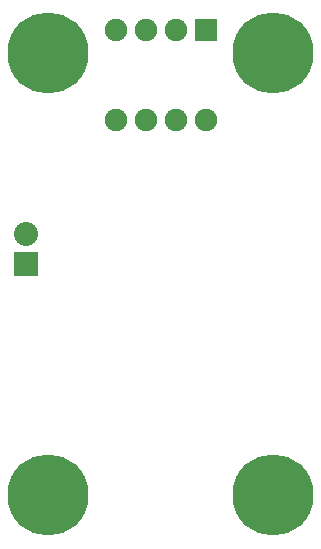
<source format=gbs>
G04 (created by PCBNEW-RS274X (2011-05-25)-stable) date Sun 26 Aug 2012 04:21:28 PM EDT*
G01*
G70*
G90*
%MOIN*%
G04 Gerber Fmt 3.4, Leading zero omitted, Abs format*
%FSLAX34Y34*%
G04 APERTURE LIST*
%ADD10C,0.006000*%
%ADD11C,0.270000*%
%ADD12R,0.075000X0.075000*%
%ADD13C,0.075000*%
%ADD14R,0.080000X0.080000*%
%ADD15C,0.080000*%
G04 APERTURE END LIST*
G54D10*
G54D11*
X52500Y-29500D03*
X52500Y-44250D03*
X60000Y-29500D03*
X60000Y-44250D03*
G54D12*
X57750Y-28750D03*
G54D13*
X56750Y-28750D03*
X55750Y-28750D03*
X54750Y-28750D03*
X54750Y-31750D03*
X55750Y-31750D03*
X56750Y-31750D03*
X57750Y-31750D03*
G54D14*
X51760Y-36550D03*
G54D15*
X51760Y-35550D03*
M02*

</source>
